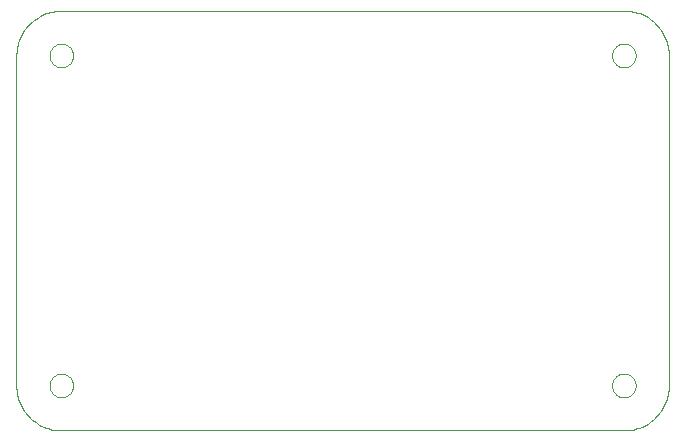
<source format=gm1>
G75*
%MOIN*%
%OFA0B0*%
%FSLAX24Y24*%
%IPPOS*%
%LPD*%
%AMOC8*
5,1,8,0,0,1.08239X$1,22.5*
%
%ADD10C,0.0000*%
D10*
X001753Y000100D02*
X020503Y000100D01*
X020109Y001600D02*
X020111Y001639D01*
X020117Y001678D01*
X020127Y001716D01*
X020140Y001753D01*
X020157Y001788D01*
X020177Y001822D01*
X020201Y001853D01*
X020228Y001882D01*
X020257Y001908D01*
X020289Y001931D01*
X020323Y001951D01*
X020359Y001967D01*
X020396Y001979D01*
X020435Y001988D01*
X020474Y001993D01*
X020513Y001994D01*
X020552Y001991D01*
X020591Y001984D01*
X020628Y001973D01*
X020665Y001959D01*
X020700Y001941D01*
X020733Y001920D01*
X020764Y001895D01*
X020792Y001868D01*
X020817Y001838D01*
X020839Y001805D01*
X020858Y001771D01*
X020873Y001735D01*
X020885Y001697D01*
X020893Y001659D01*
X020897Y001620D01*
X020897Y001580D01*
X020893Y001541D01*
X020885Y001503D01*
X020873Y001465D01*
X020858Y001429D01*
X020839Y001395D01*
X020817Y001362D01*
X020792Y001332D01*
X020764Y001305D01*
X020733Y001280D01*
X020700Y001259D01*
X020665Y001241D01*
X020628Y001227D01*
X020591Y001216D01*
X020552Y001209D01*
X020513Y001206D01*
X020474Y001207D01*
X020435Y001212D01*
X020396Y001221D01*
X020359Y001233D01*
X020323Y001249D01*
X020289Y001269D01*
X020257Y001292D01*
X020228Y001318D01*
X020201Y001347D01*
X020177Y001378D01*
X020157Y001412D01*
X020140Y001447D01*
X020127Y001484D01*
X020117Y001522D01*
X020111Y001561D01*
X020109Y001600D01*
X020503Y000100D02*
X020579Y000102D01*
X020655Y000108D01*
X020730Y000117D01*
X020805Y000131D01*
X020879Y000148D01*
X020952Y000169D01*
X021024Y000193D01*
X021095Y000222D01*
X021164Y000253D01*
X021231Y000288D01*
X021296Y000327D01*
X021360Y000369D01*
X021421Y000414D01*
X021480Y000462D01*
X021536Y000513D01*
X021590Y000567D01*
X021641Y000623D01*
X021689Y000682D01*
X021734Y000743D01*
X021776Y000807D01*
X021815Y000872D01*
X021850Y000939D01*
X021881Y001008D01*
X021910Y001079D01*
X021934Y001151D01*
X021955Y001224D01*
X021972Y001298D01*
X021986Y001373D01*
X021995Y001448D01*
X022001Y001524D01*
X022003Y001600D01*
X022003Y012600D01*
X022001Y012676D01*
X021995Y012751D01*
X021986Y012827D01*
X021972Y012901D01*
X021955Y012975D01*
X021934Y013048D01*
X021910Y013120D01*
X021882Y013190D01*
X021850Y013259D01*
X021815Y013326D01*
X021777Y013391D01*
X021735Y013455D01*
X021690Y013516D01*
X021642Y013574D01*
X021591Y013631D01*
X021538Y013684D01*
X021481Y013735D01*
X021423Y013783D01*
X021362Y013828D01*
X021298Y013870D01*
X021233Y013908D01*
X021166Y013943D01*
X021097Y013975D01*
X021027Y014003D01*
X020955Y014027D01*
X020882Y014048D01*
X020808Y014065D01*
X020734Y014079D01*
X020658Y014088D01*
X020583Y014094D01*
X020507Y014096D01*
X001770Y014096D01*
X001359Y012600D02*
X001361Y012639D01*
X001367Y012678D01*
X001377Y012716D01*
X001390Y012753D01*
X001407Y012788D01*
X001427Y012822D01*
X001451Y012853D01*
X001478Y012882D01*
X001507Y012908D01*
X001539Y012931D01*
X001573Y012951D01*
X001609Y012967D01*
X001646Y012979D01*
X001685Y012988D01*
X001724Y012993D01*
X001763Y012994D01*
X001802Y012991D01*
X001841Y012984D01*
X001878Y012973D01*
X001915Y012959D01*
X001950Y012941D01*
X001983Y012920D01*
X002014Y012895D01*
X002042Y012868D01*
X002067Y012838D01*
X002089Y012805D01*
X002108Y012771D01*
X002123Y012735D01*
X002135Y012697D01*
X002143Y012659D01*
X002147Y012620D01*
X002147Y012580D01*
X002143Y012541D01*
X002135Y012503D01*
X002123Y012465D01*
X002108Y012429D01*
X002089Y012395D01*
X002067Y012362D01*
X002042Y012332D01*
X002014Y012305D01*
X001983Y012280D01*
X001950Y012259D01*
X001915Y012241D01*
X001878Y012227D01*
X001841Y012216D01*
X001802Y012209D01*
X001763Y012206D01*
X001724Y012207D01*
X001685Y012212D01*
X001646Y012221D01*
X001609Y012233D01*
X001573Y012249D01*
X001539Y012269D01*
X001507Y012292D01*
X001478Y012318D01*
X001451Y012347D01*
X001427Y012378D01*
X001407Y012412D01*
X001390Y012447D01*
X001377Y012484D01*
X001367Y012522D01*
X001361Y012561D01*
X001359Y012600D01*
X000253Y012579D02*
X000255Y012656D01*
X000261Y012732D01*
X000270Y012809D01*
X000284Y012884D01*
X000301Y012959D01*
X000323Y013033D01*
X000347Y013106D01*
X000376Y013177D01*
X000408Y013247D01*
X000444Y013315D01*
X000483Y013381D01*
X000525Y013446D01*
X000570Y013508D01*
X000619Y013567D01*
X000670Y013624D01*
X000725Y013679D01*
X000782Y013730D01*
X000841Y013779D01*
X000903Y013824D01*
X000968Y013866D01*
X001034Y013905D01*
X001102Y013941D01*
X001172Y013973D01*
X001243Y014002D01*
X001316Y014026D01*
X001390Y014048D01*
X001465Y014065D01*
X001540Y014079D01*
X001617Y014088D01*
X001693Y014094D01*
X001770Y014096D01*
X000253Y012579D02*
X000253Y001600D01*
X001359Y001600D02*
X001361Y001639D01*
X001367Y001678D01*
X001377Y001716D01*
X001390Y001753D01*
X001407Y001788D01*
X001427Y001822D01*
X001451Y001853D01*
X001478Y001882D01*
X001507Y001908D01*
X001539Y001931D01*
X001573Y001951D01*
X001609Y001967D01*
X001646Y001979D01*
X001685Y001988D01*
X001724Y001993D01*
X001763Y001994D01*
X001802Y001991D01*
X001841Y001984D01*
X001878Y001973D01*
X001915Y001959D01*
X001950Y001941D01*
X001983Y001920D01*
X002014Y001895D01*
X002042Y001868D01*
X002067Y001838D01*
X002089Y001805D01*
X002108Y001771D01*
X002123Y001735D01*
X002135Y001697D01*
X002143Y001659D01*
X002147Y001620D01*
X002147Y001580D01*
X002143Y001541D01*
X002135Y001503D01*
X002123Y001465D01*
X002108Y001429D01*
X002089Y001395D01*
X002067Y001362D01*
X002042Y001332D01*
X002014Y001305D01*
X001983Y001280D01*
X001950Y001259D01*
X001915Y001241D01*
X001878Y001227D01*
X001841Y001216D01*
X001802Y001209D01*
X001763Y001206D01*
X001724Y001207D01*
X001685Y001212D01*
X001646Y001221D01*
X001609Y001233D01*
X001573Y001249D01*
X001539Y001269D01*
X001507Y001292D01*
X001478Y001318D01*
X001451Y001347D01*
X001427Y001378D01*
X001407Y001412D01*
X001390Y001447D01*
X001377Y001484D01*
X001367Y001522D01*
X001361Y001561D01*
X001359Y001600D01*
X000253Y001600D02*
X000255Y001524D01*
X000261Y001448D01*
X000270Y001373D01*
X000284Y001298D01*
X000301Y001224D01*
X000322Y001151D01*
X000346Y001079D01*
X000375Y001008D01*
X000406Y000939D01*
X000441Y000872D01*
X000480Y000807D01*
X000522Y000743D01*
X000567Y000682D01*
X000615Y000623D01*
X000666Y000567D01*
X000720Y000513D01*
X000776Y000462D01*
X000835Y000414D01*
X000896Y000369D01*
X000960Y000327D01*
X001025Y000288D01*
X001092Y000253D01*
X001161Y000222D01*
X001232Y000193D01*
X001304Y000169D01*
X001377Y000148D01*
X001451Y000131D01*
X001526Y000117D01*
X001601Y000108D01*
X001677Y000102D01*
X001753Y000100D01*
X020109Y012600D02*
X020111Y012639D01*
X020117Y012678D01*
X020127Y012716D01*
X020140Y012753D01*
X020157Y012788D01*
X020177Y012822D01*
X020201Y012853D01*
X020228Y012882D01*
X020257Y012908D01*
X020289Y012931D01*
X020323Y012951D01*
X020359Y012967D01*
X020396Y012979D01*
X020435Y012988D01*
X020474Y012993D01*
X020513Y012994D01*
X020552Y012991D01*
X020591Y012984D01*
X020628Y012973D01*
X020665Y012959D01*
X020700Y012941D01*
X020733Y012920D01*
X020764Y012895D01*
X020792Y012868D01*
X020817Y012838D01*
X020839Y012805D01*
X020858Y012771D01*
X020873Y012735D01*
X020885Y012697D01*
X020893Y012659D01*
X020897Y012620D01*
X020897Y012580D01*
X020893Y012541D01*
X020885Y012503D01*
X020873Y012465D01*
X020858Y012429D01*
X020839Y012395D01*
X020817Y012362D01*
X020792Y012332D01*
X020764Y012305D01*
X020733Y012280D01*
X020700Y012259D01*
X020665Y012241D01*
X020628Y012227D01*
X020591Y012216D01*
X020552Y012209D01*
X020513Y012206D01*
X020474Y012207D01*
X020435Y012212D01*
X020396Y012221D01*
X020359Y012233D01*
X020323Y012249D01*
X020289Y012269D01*
X020257Y012292D01*
X020228Y012318D01*
X020201Y012347D01*
X020177Y012378D01*
X020157Y012412D01*
X020140Y012447D01*
X020127Y012484D01*
X020117Y012522D01*
X020111Y012561D01*
X020109Y012600D01*
M02*

</source>
